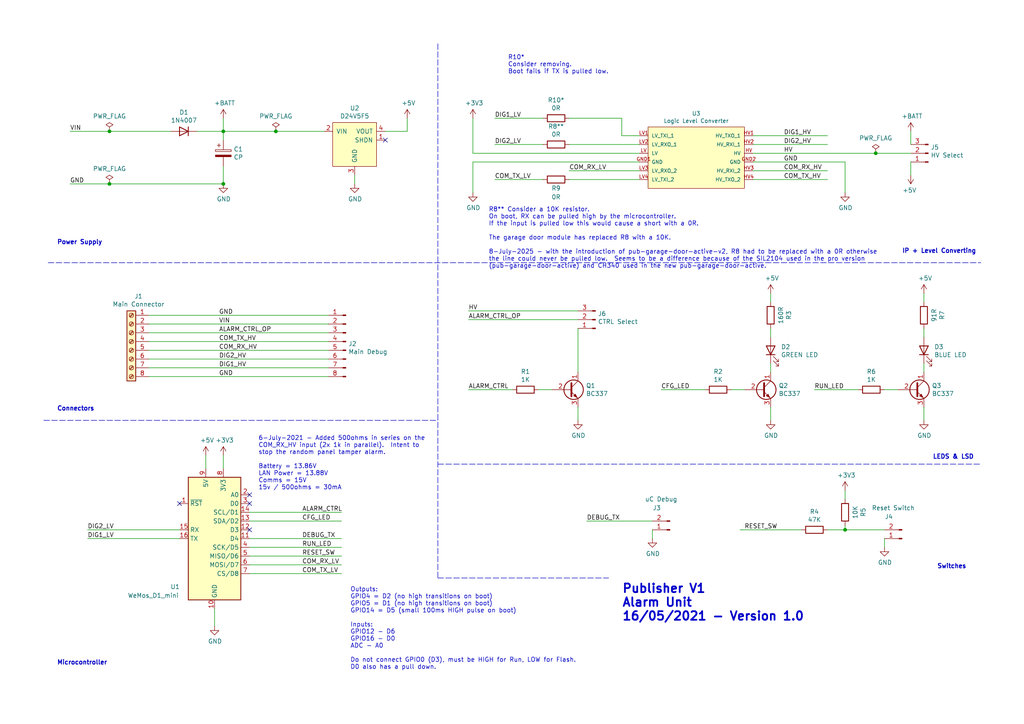
<source format=kicad_sch>
(kicad_sch (version 20231120) (generator "eeschema") (generator_version "8.0")
  (paper "A4")
  (lib_symbols
    (symbol "Connector:Screw_Terminal_01x08" (pin_names (offset 1.016) hide)
      (property "Reference" "J" (at 0 10.16 0))
      (property "Value" "Screw_Terminal_01x08" (at 0 -12.7 0))
      (symbol "Screw_Terminal_01x08_1_1"
        (rectangle (start -1.27 8.89) (end 1.27 -11.43) (stroke (width 0.254)) (fill (type background)))
        (circle (center 0 -10.16) (radius 0.635) (stroke (width 0.1524)))
        (circle (center 0 -7.62) (radius 0.635) (stroke (width 0.1524)))
        (circle (center 0 -5.08) (radius 0.635) (stroke (width 0.1524)))
        (circle (center 0 -2.54) (radius 0.635) (stroke (width 0.1524)))
        (polyline (pts (xy -0.5334 -9.8298) (xy 0.3302 -10.668)) (stroke (width 0.1524)))
        (polyline (pts (xy -0.5334 -7.2898) (xy 0.3302 -8.128)) (stroke (width 0.1524)))
        (polyline (pts (xy -0.5334 -4.7498) (xy 0.3302 -5.588)) (stroke (width 0.1524)))
        (polyline (pts (xy -0.5334 -2.2098) (xy 0.3302 -3.048)) (stroke (width 0.1524)))
        (polyline (pts (xy -0.5334 0.3302) (xy 0.3302 -0.508)) (stroke (width 0.1524)))
        (polyline (pts (xy -0.5334 2.8702) (xy 0.3302 2.032)) (stroke (width 0.1524)))
        (polyline (pts (xy -0.5334 5.4102) (xy 0.3302 4.572)) (stroke (width 0.1524)))
        (polyline (pts (xy -0.5334 7.9502) (xy 0.3302 7.112)) (stroke (width 0.1524)))
        (polyline (pts (xy -0.3556 -9.652) (xy 0.508 -10.4902)) (stroke (width 0.1524)))
        (polyline (pts (xy -0.3556 -7.112) (xy 0.508 -7.9502)) (stroke (width 0.1524)))
        (polyline (pts (xy -0.3556 -4.572) (xy 0.508 -5.4102)) (stroke (width 0.1524)))
        (polyline (pts (xy -0.3556 -2.032) (xy 0.508 -2.8702)) (stroke (width 0.1524)))
        (polyline (pts (xy -0.3556 0.508) (xy 0.508 -0.3302)) (stroke (width 0.1524)))
        (polyline (pts (xy -0.3556 3.048) (xy 0.508 2.2098)) (stroke (width 0.1524)))
        (polyline (pts (xy -0.3556 5.588) (xy 0.508 4.7498)) (stroke (width 0.1524)))
        (polyline (pts (xy -0.3556 8.128) (xy 0.508 7.2898)) (stroke (width 0.1524)))
        (circle (center 0 0) (radius 0.635) (stroke (width 0.1524)))
        (circle (center 0 2.54) (radius 0.635) (stroke (width 0.1524)))
        (circle (center 0 5.08) (radius 0.635) (stroke (width 0.1524)))
        (circle (center 0 7.62) (radius 0.635) (stroke (width 0.1524)))
        (pin passive line (at -5.08 7.62 0) (length 3.81) (name "Pin_1") (number "1"))
        (pin passive line (at -5.08 5.08 0) (length 3.81) (name "Pin_2") (number "2"))
        (pin passive line (at -5.08 2.54 0) (length 3.81) (name "Pin_3") (number "3"))
        (pin passive line (at -5.08 0 0) (length 3.81) (name "Pin_4") (number "4"))
        (pin passive line (at -5.08 -2.54 0) (length 3.81) (name "Pin_5") (number "5"))
        (pin passive line (at -5.08 -5.08 0) (length 3.81) (name "Pin_6") (number "6"))
        (pin passive line (at -5.08 -7.62 0) (length 3.81) (name "Pin_7") (number "7"))
        (pin passive line (at -5.08 -10.16 0) (length 3.81) (name "Pin_8") (number "8"))
      )
    )
    (symbol "Device:LED" (pin_numbers hide) (pin_names (offset 1.016) hide)
      (property "Reference" "D" (at 0 2.54 0))
      (property "Value" "LED" (at 0 -2.54 0))
      (symbol "LED_0_1"
        (polyline (pts (xy -1.27 -1.27) (xy -1.27 1.27)) (stroke (width 0.254)))
        (polyline (pts (xy -1.27 0) (xy 1.27 0)))
        (polyline (pts (xy 1.27 -1.27) (xy 1.27 1.27) (xy -1.27 0) (xy 1.27 -1.27)) (stroke (width 0.254)))
        (polyline (pts (xy -3.048 -0.762) (xy -4.572 -2.286) (xy -3.81 -2.286) (xy -4.572 -2.286) (xy -4.572 -1.524)))
        (polyline (pts (xy -1.778 -0.762) (xy -3.302 -2.286) (xy -2.54 -2.286) (xy -3.302 -2.286) (xy -3.302 -1.524)))
      )
      (symbol "LED_1_1"
        (pin passive line (at -3.81 0 0) (length 2.54) (name "K") (number "1"))
        (pin passive line (at 3.81 0 180) (length 2.54) (name "A") (number "2"))
      )
    )
    (symbol "Device:R" (pin_numbers hide) (pin_names (offset 0))
      (property "Reference" "R" (at 2.032 0 90))
      (property "Value" "R" (at 0 0 90))
      (symbol "R_0_1"
        (rectangle (start -1.016 -2.54) (end 1.016 2.54) (stroke (width 0.254)))
      )
      (symbol "R_1_1"
        (pin passive line (at 0 3.81 270) (length 1.27) (name "~") (number "1"))
        (pin passive line (at 0 -3.81 90) (length 1.27) (name "~") (number "2"))
      )
    )
    (symbol "Diode:1N4007" (pin_numbers hide) (pin_names hide)
      (property "Reference" "D" (at 0 2.54 0))
      (property "Value" "1N4007" (at 0 -2.54 0))
      (symbol "1N4007_0_1"
        (polyline (pts (xy -1.27 1.27) (xy -1.27 -1.27)) (stroke (width 0.254)))
        (polyline (pts (xy 1.27 0) (xy -1.27 0)))
        (polyline (pts (xy 1.27 1.27) (xy 1.27 -1.27) (xy -1.27 0) (xy 1.27 1.27)) (stroke (width 0.254)))
      )
      (symbol "1N4007_1_1"
        (pin passive line (at -3.81 0 0) (length 2.54) (name "K") (number "1"))
        (pin passive line (at 3.81 0 180) (length 2.54) (name "A") (number "2"))
      )
    )
    (symbol "MCU_Module:WeMos_D1_mini"
      (property "Reference" "U" (at 3.81 19.05 0))
      (property "Value" "WeMos_D1_mini" (at 1.27 -19.05 0))
      (symbol "WeMos_D1_mini_1_1"
        (rectangle (start -7.62 17.78) (end 7.62 -17.78) (stroke (width 0.254)) (fill (type background)))
        (pin input line (at -10.16 10.16 0) (length 2.54) (name "~{RST}") (number "1"))
        (pin power_in line (at 0 -20.32 90) (length 2.54) (name "GND") (number "10"))
        (pin bidirectional line (at 10.16 0 180) (length 2.54) (name "D4") (number "11"))
        (pin bidirectional line (at 10.16 2.54 180) (length 2.54) (name "D3") (number "12"))
        (pin bidirectional line (at 10.16 5.08 180) (length 2.54) (name "SDA/D2") (number "13"))
        (pin bidirectional line (at 10.16 7.62 180) (length 2.54) (name "SCL/D1") (number "14"))
        (pin input line (at -10.16 2.54 0) (length 2.54) (name "RX") (number "15"))
        (pin output line (at -10.16 0 0) (length 2.54) (name "TX") (number "16"))
        (pin input line (at 10.16 12.7 180) (length 2.54) (name "A0") (number "2"))
        (pin bidirectional line (at 10.16 10.16 180) (length 2.54) (name "D0") (number "3"))
        (pin bidirectional line (at 10.16 -2.54 180) (length 2.54) (name "SCK/D5") (number "4"))
        (pin bidirectional line (at 10.16 -5.08 180) (length 2.54) (name "MISO/D6") (number "5"))
        (pin bidirectional line (at 10.16 -7.62 180) (length 2.54) (name "MOSI/D7") (number "6"))
        (pin bidirectional line (at 10.16 -10.16 180) (length 2.54) (name "CS/D8") (number "7"))
        (pin power_out line (at 2.54 20.32 270) (length 2.54) (name "3V3") (number "8"))
        (pin power_in line (at -2.54 20.32 270) (length 2.54) (name "5V") (number "9"))
      )
    )
    (symbol "SparkFun-Boards:SPARKFUN_LOGIC_LEVEL_CONVERTER" (pin_names (offset 1.016))
      (property "Reference" "B" (at -13.97 11.43 0))
      (property "Value" "SPARKFUN_LOGIC_LEVEL_CONVERTER" (at -13.97 -10.16 0))
      (property "Field5" "XXX-00000" (at 0 12.7 0))
      (symbol "SPARKFUN_LOGIC_LEVEL_CONVERTER_1_1"
        (polyline (pts (xy -13.97 -7.62) (xy -13.97 10.16) (xy 13.97 10.16) (xy 13.97 -7.62) (xy -13.97 -7.62)) (fill (type background)))
        (pin power_in line (at -16.51 0 0) (length 2.54) (name "GND") (number "GND1"))
        (pin power_in line (at 16.51 0 180) (length 2.54) (name "GND") (number "GND2"))
        (pin power_in line (at 16.51 2.54 180) (length 2.54) (name "HV") (number "HV"))
        (pin bidirectional line (at 16.51 7.62 180) (length 2.54) (name "HV_TXO_1") (number "HV1"))
        (pin bidirectional line (at 16.51 5.08 180) (length 2.54) (name "HV_RXI_1") (number "HV2"))
        (pin bidirectional line (at 16.51 -2.54 180) (length 2.54) (name "HV_RXI_2") (number "HV3"))
        (pin bidirectional line (at 16.51 -5.08 180) (length 2.54) (name "HV_TXO_2") (number "HV4"))
        (pin power_in line (at -16.51 2.54 0) (length 2.54) (name "LV") (number "LV"))
        (pin bidirectional line (at -16.51 7.62 0) (length 2.54) (name "LV_TXI_1") (number "LV1"))
        (pin bidirectional line (at -16.51 5.08 0) (length 2.54) (name "LV_RXO_1") (number "LV2"))
        (pin bidirectional line (at -16.51 -2.54 0) (length 2.54) (name "LV_RXO_2") (number "LV3"))
        (pin bidirectional line (at -16.51 -5.08 0) (length 2.54) (name "LV_TXI_2") (number "LV4"))
      )
    )
    (symbol "Transistor_BJT:BC337" (pin_names (offset 0) hide)
      (property "Reference" "Q" (at 5.08 1.905 0))
      (property "Value" "BC337" (at 5.08 0 0))
      (symbol "BC337_0_1"
        (polyline (pts (xy 0 0) (xy 0.635 0)))
        (polyline (pts (xy 0.635 0.635) (xy 2.54 2.54)))
        (polyline (pts (xy 0.635 -0.635) (xy 2.54 -2.54) (xy 2.54 -2.54)))
        (polyline (pts (xy 0.635 1.905) (xy 0.635 -1.905) (xy 0.635 -1.905)) (stroke (width 0.508)))
        (polyline (pts (xy 1.27 -1.778) (xy 1.778 -1.27) (xy 2.286 -2.286) (xy 1.27 -1.778) (xy 1.27 -1.778)) (fill (type outline)))
        (circle (center 1.27 0) (radius 2.8194) (stroke (width 0.254)))
      )
      (symbol "BC337_1_1"
        (pin passive line (at 2.54 5.08 270) (length 2.54) (name "C") (number "1"))
        (pin input line (at -5.08 0 0) (length 5.08) (name "B") (number "2"))
        (pin passive line (at 2.54 -5.08 90) (length 2.54) (name "E") (number "3"))
      )
    )
    (symbol "development_boards:D24V5F5" (pin_names (offset 1.016))
      (property "Reference" "U" (at 11.43 -1.27 0))
      (property "Value" "D24V5F5" (at 11.43 -3.81 0))
      (symbol "D24V5F5_0_1"
        (rectangle (start 24.13 -19.05) (end 11.43 -6.35) (fill (type background)))
      )
      (symbol "D24V5F5_1_1"
        (pin input line (at 26.67 -11.43 180) (length 2.54) (name "SHDN") (number "1"))
        (pin power_in line (at 8.89 -8.89 0) (length 2.54) (name "VIN") (number "2"))
        (pin power_in line (at 17.78 -21.59 90) (length 2.54) (name "GND") (number "3"))
        (pin power_out line (at 26.67 -8.89 180) (length 2.54) (name "VOUT") (number "4"))
      )
    )
    (symbol "publisher-rescue:+3V3-power" (power) (pin_names (offset 0))
      (property "Value" "power_+3V3" (at 0 3.556 0))
      (symbol "+3V3-power_0_1"
        (polyline (pts (xy -0.762 1.27) (xy 0 2.54)))
        (polyline (pts (xy 0 0) (xy 0 2.54)))
        (polyline (pts (xy 0 2.54) (xy 0.762 1.27)))
      )
      (symbol "+3V3-power_1_1"
        (pin power_in line (at 0 0 90) (length 0) hide (name "+3V3") (number "1"))
      )
    )
    (symbol "publisher-rescue:+5V-power" (power) (pin_names (offset 0))
      (property "Value" "power_+5V" (at 0 3.556 0))
      (symbol "+5V-power_0_1"
        (polyline (pts (xy -0.762 1.27) (xy 0 2.54)))
        (polyline (pts (xy 0 0) (xy 0 2.54)))
        (polyline (pts (xy 0 2.54) (xy 0.762 1.27)))
      )
      (symbol "+5V-power_1_1"
        (pin power_in line (at 0 0 90) (length 0) hide (name "+5V") (number "1"))
      )
    )
    (symbol "publisher-rescue:+BATT-power" (power) (pin_names (offset 0))
      (property "Value" "power_+BATT" (at 0 3.556 0))
      (symbol "+BATT-power_0_1"
        (polyline (pts (xy -0.762 1.27) (xy 0 2.54)))
        (polyline (pts (xy 0 0) (xy 0 2.54)))
        (polyline (pts (xy 0 2.54) (xy 0.762 1.27)))
      )
      (symbol "+BATT-power_1_1"
        (pin power_in line (at 0 0 90) (length 0) hide (name "+BATT") (number "1"))
      )
    )
    (symbol "publisher-rescue:CP-Device" (pin_numbers hide) (pin_names (offset 0.254))
      (property "Reference" "C" (at 0.635 2.54 0))
      (property "Value" "Device_CP" (at 0.635 -2.54 0))
      (symbol "CP-Device_0_1"
        (rectangle (start -2.286 0.508) (end 2.286 1.016))
        (polyline (pts (xy -1.778 2.286) (xy -0.762 2.286)))
        (polyline (pts (xy -1.27 2.794) (xy -1.27 1.778)))
        (rectangle (start 2.286 -0.508) (end -2.286 -1.016) (fill (type outline)))
      )
      (symbol "CP-Device_1_1"
        (pin passive line (at 0 3.81 270) (length 2.794) (name "~") (number "1"))
        (pin passive line (at 0 -3.81 90) (length 2.794) (name "~") (number "2"))
      )
    )
    (symbol "publisher-rescue:Conn_01x02_Male-Connector" (pin_names (offset 1.016) hide)
      (property "Reference" "J" (at 0 2.54 0))
      (property "Value" "Connector_Conn_01x02_Male" (at 0 -5.08 0))
      (symbol "Conn_01x02_Male-Connector_1_1"
        (polyline (pts (xy 1.27 -2.54) (xy 0.8636 -2.54)) (stroke (width 0.1524)))
        (polyline (pts (xy 1.27 0) (xy 0.8636 0)) (stroke (width 0.1524)))
        (rectangle (start 0.8636 -2.413) (end 0 -2.667) (stroke (width 0.1524)) (fill (type outline)))
        (rectangle (start 0.8636 0.127) (end 0 -0.127) (stroke (width 0.1524)) (fill (type outline)))
        (pin passive line (at 5.08 0 180) (length 3.81) (name "Pin_1") (number "1"))
        (pin passive line (at 5.08 -2.54 180) (length 3.81) (name "Pin_2") (number "2"))
      )
    )
    (symbol "publisher-rescue:Conn_01x03_Male-Connector" (pin_names (offset 1.016) hide)
      (property "Reference" "J" (at 0 5.08 0))
      (property "Value" "Connector_Conn_01x03_Male" (at 0 -5.08 0))
      (symbol "Conn_01x03_Male-Connector_1_1"
        (polyline (pts (xy 1.27 -2.54) (xy 0.8636 -2.54)) (stroke (width 0.1524)))
        (polyline (pts (xy 1.27 0) (xy 0.8636 0)) (stroke (width 0.1524)))
        (polyline (pts (xy 1.27 2.54) (xy 0.8636 2.54)) (stroke (width 0.1524)))
        (rectangle (start 0.8636 -2.413) (end 0 -2.667) (stroke (width 0.1524)) (fill (type outline)))
        (rectangle (start 0.8636 0.127) (end 0 -0.127) (stroke (width 0.1524)) (fill (type outline)))
        (rectangle (start 0.8636 2.667) (end 0 2.413) (stroke (width 0.1524)) (fill (type outline)))
        (pin passive line (at 5.08 2.54 180) (length 3.81) (name "Pin_1") (number "1"))
        (pin passive line (at 5.08 0 180) (length 3.81) (name "Pin_2") (number "2"))
        (pin passive line (at 5.08 -2.54 180) (length 3.81) (name "Pin_3") (number "3"))
      )
    )
    (symbol "publisher-rescue:Conn_01x08_Male-Connector" (pin_names (offset 1.016) hide)
      (property "Reference" "J" (at 0 10.16 0))
      (property "Value" "Connector_Conn_01x08_Male" (at 0 -12.7 0))
      (symbol "Conn_01x08_Male-Connector_1_1"
        (polyline (pts (xy 1.27 -10.16) (xy 0.8636 -10.16)) (stroke (width 0.1524)))
        (polyline (pts (xy 1.27 -7.62) (xy 0.8636 -7.62)) (stroke (width 0.1524)))
        (polyline (pts (xy 1.27 -5.08) (xy 0.8636 -5.08)) (stroke (width 0.1524)))
        (polyline (pts (xy 1.27 -2.54) (xy 0.8636 -2.54)) (stroke (width 0.1524)))
        (polyline (pts (xy 1.27 0) (xy 0.8636 0)) (stroke (width 0.1524)))
        (polyline (pts (xy 1.27 2.54) (xy 0.8636 2.54)) (stroke (width 0.1524)))
        (polyline (pts (xy 1.27 5.08) (xy 0.8636 5.08)) (stroke (width 0.1524)))
        (polyline (pts (xy 1.27 7.62) (xy 0.8636 7.62)) (stroke (width 0.1524)))
        (rectangle (start 0.8636 -10.033) (end 0 -10.287) (stroke (width 0.1524)) (fill (type outline)))
        (rectangle (start 0.8636 -7.493) (end 0 -7.747) (stroke (width 0.1524)) (fill (type outline)))
        (rectangle (start 0.8636 -4.953) (end 0 -5.207) (stroke (width 0.1524)) (fill (type outline)))
        (rectangle (start 0.8636 -2.413) (end 0 -2.667) (stroke (width 0.1524)) (fill (type outline)))
        (rectangle (start 0.8636 0.127) (end 0 -0.127) (stroke (width 0.1524)) (fill (type outline)))
        (rectangle (start 0.8636 2.667) (end 0 2.413) (stroke (width 0.1524)) (fill (type outline)))
        (rectangle (start 0.8636 5.207) (end 0 4.953) (stroke (width 0.1524)) (fill (type outline)))
        (rectangle (start 0.8636 7.747) (end 0 7.493) (stroke (width 0.1524)) (fill (type outline)))
        (pin passive line (at 5.08 7.62 180) (length 3.81) (name "Pin_1") (number "1"))
        (pin passive line (at 5.08 5.08 180) (length 3.81) (name "Pin_2") (number "2"))
        (pin passive line (at 5.08 2.54 180) (length 3.81) (name "Pin_3") (number "3"))
        (pin passive line (at 5.08 0 180) (length 3.81) (name "Pin_4") (number "4"))
        (pin passive line (at 5.08 -2.54 180) (length 3.81) (name "Pin_5") (number "5"))
        (pin passive line (at 5.08 -5.08 180) (length 3.81) (name "Pin_6") (number "6"))
        (pin passive line (at 5.08 -7.62 180) (length 3.81) (name "Pin_7") (number "7"))
        (pin passive line (at 5.08 -10.16 180) (length 3.81) (name "Pin_8") (number "8"))
      )
    )
    (symbol "publisher-rescue:GND-power" (power) (pin_names (offset 0))
      (property "Value" "power_GND" (at 0 -3.81 0))
      (symbol "GND-power_0_1"
        (polyline (pts (xy 0 0) (xy 0 -1.27) (xy 1.27 -1.27) (xy 0 -2.54) (xy -1.27 -1.27) (xy 0 -1.27)))
      )
      (symbol "GND-power_1_1"
        (pin power_in line (at 0 0 270) (length 0) hide (name "GND") (number "1"))
      )
    )
    (symbol "publisher-rescue:PWR_FLAG-power" (power) (pin_numbers hide) (pin_names (offset 0) hide)
      (property "Value" "power_PWR_FLAG" (at 0 3.81 0))
      (symbol "PWR_FLAG-power_0_0"
        (pin power_out line (at 0 0 90) (length 0) (name "pwr") (number "1"))
      )
      (symbol "PWR_FLAG-power_0_1"
        (polyline (pts (xy 0 0) (xy 0 1.27) (xy -1.016 1.905) (xy 0 2.54) (xy 1.016 1.905) (xy 0 1.27)))
      )
    )
  )
  (junction (at 245.11 153.67))
  (junction (at 64.77 38.1))
  (junction (at 80.01 38.1))
  (junction (at 254 44.45))
  (junction (at 64.77 53.34))
  (junction (at 31.75 38.1))
  (junction (at 31.75 53.34))
  (no_connect (at 52.07 146.05))
  (no_connect (at 72.39 143.51))
  (no_connect (at 111.76 40.64))
  (no_connect (at 72.39 146.05))
  (no_connect (at 72.39 153.67))
  (wire (pts (xy 64.77 40.64) (xy 64.77 38.1)))
  (wire (pts (xy 260.35 113.03) (xy 256.54 113.03)))
  (wire (pts (xy 137.16 44.45) (xy 137.16 34.29)))
  (wire (pts (xy 218.44 49.53) (xy 240.03 49.53)))
  (wire (pts (xy 118.11 38.1) (xy 118.11 34.29)))
  (wire (pts (xy 72.39 166.37) (xy 99.06 166.37)))
  (wire (pts (xy 185.42 44.45) (xy 137.16 44.45)))
  (wire (pts (xy 267.97 97.79) (xy 267.97 95.25)))
  (wire (pts (xy 72.39 148.59) (xy 99.06 148.59)))
  (wire (pts (xy 95.25 96.52) (xy 43.18 96.52)))
  (wire (pts (xy 185.42 46.99) (xy 137.16 46.99)))
  (wire (pts (xy 72.39 151.13) (xy 99.06 151.13)))
  (wire (pts (xy 240.03 153.67) (xy 245.11 153.67)))
  (wire (pts (xy 267.97 107.95) (xy 267.97 105.41)))
  (polyline (pts (xy 127 167.64) (xy 176.53 167.64)) (stroke (width 0) (type dash)))
  (wire (pts (xy 167.64 92.71) (xy 135.89 92.71)))
  (wire (pts (xy 256.54 158.75) (xy 256.54 156.21)))
  (wire (pts (xy 232.41 153.67) (xy 214.63 153.67)))
  (wire (pts (xy 264.16 50.8) (xy 264.16 46.99)))
  (wire (pts (xy 72.39 158.75) (xy 99.06 158.75)))
  (wire (pts (xy 160.02 113.03) (xy 156.21 113.03)))
  (wire (pts (xy 80.01 38.1) (xy 64.77 38.1)))
  (wire (pts (xy 215.9 113.03) (xy 212.09 113.03)))
  (wire (pts (xy 93.98 38.1) (xy 80.01 38.1)))
  (wire (pts (xy 59.69 135.89) (xy 59.69 132.08)))
  (wire (pts (xy 52.07 156.21) (xy 25.4 156.21)))
  (wire (pts (xy 245.11 152.4) (xy 245.11 153.67)))
  (wire (pts (xy 180.34 39.37) (xy 185.42 39.37)))
  (wire (pts (xy 95.25 93.98) (xy 43.18 93.98)))
  (wire (pts (xy 57.15 38.1) (xy 64.77 38.1)))
  (wire (pts (xy 95.25 104.14) (xy 43.18 104.14)))
  (wire (pts (xy 189.23 151.13) (xy 170.18 151.13)))
  (wire (pts (xy 135.89 90.17) (xy 167.64 90.17)))
  (wire (pts (xy 204.47 113.03) (xy 191.77 113.03)))
  (wire (pts (xy 157.48 41.91) (xy 143.51 41.91)))
  (wire (pts (xy 157.48 52.07) (xy 143.51 52.07)))
  (wire (pts (xy 267.97 121.92) (xy 267.97 118.11)))
  (wire (pts (xy 185.42 49.53) (xy 165.1 49.53)))
  (wire (pts (xy 72.39 163.83) (xy 99.06 163.83)))
  (wire (pts (xy 223.52 87.63) (xy 223.52 85.09)))
  (wire (pts (xy 62.23 181.61) (xy 62.23 176.53)))
  (wire (pts (xy 64.77 38.1) (xy 64.77 34.29)))
  (wire (pts (xy 95.25 106.68) (xy 43.18 106.68)))
  (wire (pts (xy 72.39 161.29) (xy 99.06 161.29)))
  (wire (pts (xy 167.64 121.92) (xy 167.64 118.11)))
  (wire (pts (xy 189.23 156.21) (xy 189.23 153.67)))
  (wire (pts (xy 185.42 52.07) (xy 165.1 52.07)))
  (wire (pts (xy 64.77 53.34) (xy 64.77 48.26)))
  (wire (pts (xy 267.97 87.63) (xy 267.97 85.09)))
  (wire (pts (xy 111.76 38.1) (xy 118.11 38.1)))
  (wire (pts (xy 248.92 113.03) (xy 236.22 113.03)))
  (wire (pts (xy 64.77 53.34) (xy 31.75 53.34)))
  (wire (pts (xy 165.1 34.29) (xy 180.34 34.29)))
  (wire (pts (xy 245.11 144.78) (xy 245.11 142.24)))
  (wire (pts (xy 148.59 113.03) (xy 135.89 113.03)))
  (polyline (pts (xy 13.97 76.2) (xy 284.48 76.2)) (stroke (width 0) (type dash)))
  (wire (pts (xy 31.75 53.34) (xy 20.32 53.34)))
  (polyline (pts (xy 12.7 121.92) (xy 127 121.92)) (stroke (width 0) (type dash)))
  (wire (pts (xy 95.25 99.06) (xy 43.18 99.06)))
  (wire (pts (xy 218.44 41.91) (xy 240.03 41.91)))
  (wire (pts (xy 64.77 135.89) (xy 64.77 132.08)))
  (wire (pts (xy 245.11 153.67) (xy 256.54 153.67)))
  (polyline (pts (xy 127 12.7) (xy 127 167.64)) (stroke (width 0) (type dash)))
  (wire (pts (xy 264.16 41.91) (xy 264.16 38.1)))
  (wire (pts (xy 245.11 46.99) (xy 245.11 55.88)))
  (wire (pts (xy 223.52 107.95) (xy 223.52 105.41)))
  (wire (pts (xy 95.25 109.22) (xy 43.18 109.22)))
  (wire (pts (xy 185.42 41.91) (xy 165.1 41.91)))
  (wire (pts (xy 102.87 53.34) (xy 102.87 50.8)))
  (wire (pts (xy 49.53 38.1) (xy 31.75 38.1)))
  (wire (pts (xy 223.52 121.92) (xy 223.52 118.11)))
  (wire (pts (xy 254 44.45) (xy 218.44 44.45)))
  (wire (pts (xy 180.34 34.29) (xy 180.34 39.37)))
  (wire (pts (xy 95.25 101.6) (xy 43.18 101.6)))
  (wire (pts (xy 25.4 153.67) (xy 52.07 153.67)))
  (wire (pts (xy 137.16 55.88) (xy 137.16 46.99)))
  (wire (pts (xy 218.44 39.37) (xy 240.03 39.37)))
  (wire (pts (xy 31.75 38.1) (xy 20.32 38.1)))
  (wire (pts (xy 157.48 34.29) (xy 143.51 34.29)))
  (polyline (pts (xy 127 134.62) (xy 284.48 134.62)) (stroke (width 0) (type dash)))
  (wire (pts (xy 218.44 52.07) (xy 240.03 52.07)))
  (wire (pts (xy 43.18 91.44) (xy 95.25 91.44)))
  (wire (pts (xy 264.16 44.45) (xy 254 44.45)))
  (wire (pts (xy 72.39 156.21) (xy 99.06 156.21)))
  (wire (pts (xy 218.44 46.99) (xy 245.11 46.99)))
  (wire (pts (xy 223.52 97.79) (xy 223.52 95.25)))
  (wire (pts (xy 167.64 107.95) (xy 167.64 95.25)))
  (text "Power Supply" (at 16.51 71.12 0) (effects (font (size 1.27 1.27) (thickness 0.254) (bold yes)) (justify left bottom)))
  (text "IP + Level Converting" (at 261.62 73.66 0) (effects (font (size 1.27 1.27) (thickness 0.254) (bold yes)) (justify left bottom)))
  (text "R8** Consider a 10K resistor.  \nOn boot, RX can be pulled high by the microcontroller. \nIf the input is pulled low this would cause a short with a 0R.\n\nThe garage door module has replaced R8 with a 10K.\n\n8-July-2025 - with the introduction of pub-garage-door-active-v2, R8 had to be replaced with a 0R otherwise\nthe line could never be pulled low.  Seems to be a difference because of the SIL2104 used in the pro version\n(pub-garage-door-active) and CH340 used in the new pub-garage-door-active." (at 141.732 77.978 0) (effects (font (size 1.27 1.27)) (justify left bottom)))
  (text "Outputs:\nGPIO4 = D2 (no high transitions on boot)\nGPIO5 = D1 (no high transitions on boot)\nGPIO14 = D5 (small 100ms HIGH pulse on boot)\n\nInputs:\nGPIO12 - D6\nGPIO16 - D0\nADC - A0\n\nDo not connect GPIO0 (D3), must be HIGH for Run, LOW for Flash.\nD0 also has a pull down." (at 101.6 194.31 0) (effects (font (size 1.27 1.27)) (justify left bottom)))
  (text "6-July-2021 - Added 500ohms in series on the \nCOM_RX_HV input (2x 1k in parallel).  Intent to \nstop the random panel tamper alarm.\n\nBattery = 13.86V\nLAN Power = 13.88V\nComms = 15V\n15v / 500ohms = 30mA" (at 74.93 142.24 0) (effects (font (size 1.27 1.27)) (justify left bottom)))
  (text "Connectors" (at 16.51 119.38 0) (effects (font (size 1.27 1.27) (thickness 0.254) (bold yes)) (justify left bottom)))
  (text "Switches" (at 271.78 165.1 0) (effects (font (size 1.27 1.27) (thickness 0.254) (bold yes)) (justify left bottom)))
  (text "LEDS & LSD" (at 270.51 133.35 0) (effects (font (size 1.27 1.27) (thickness 0.254) (bold yes)) (justify left bottom)))
  (text "Publisher V1\nAlarm Unit\n16/05/2021 - Version 1.0" (at 180.34 180.34 0) (effects (font (size 2.4892 2.4892) (thickness 0.4978) (bold yes)) (justify left bottom)))
  (text "R10*\nConsider removing.\nBoot fails if TX is pulled low.\n" (at 147.32 21.59 0) (effects (font (size 1.27 1.27)) (justify left bottom)))
  (text "Microcontroller" (at 16.51 193.04 0) (effects (font (size 1.27 1.27) (thickness 0.254) (bold yes)) (justify left bottom)))
  (label "COM_TX_HV" (at 63.5 99.06 0))
  (label "HV" (at 227.33 44.45 0))
  (label "DEBUG_TX" (at 87.63 156.21 0))
  (label "DIG2_HV" (at 227.33 41.91 0))
  (label "RESET_SW" (at 215.9 153.67 0))
  (label "COM_RX_LV" (at 165.1 49.53 0))
  (label "COM_TX_LV" (at 87.63 166.37 0))
  (label "GND" (at 227.33 46.99 0))
  (label "DIG1_LV" (at 143.51 34.29 0))
  (label "HV" (at 135.89 90.17 0))
  (label "ALARM_CTRL_OP" (at 135.89 92.71 0))
  (label "ALARM_CTRL_OP" (at 63.5 96.52 0))
  (label "DIG1_LV" (at 25.4 156.21 0))
  (label "DIG2_LV" (at 143.51 41.91 0))
  (label "ALARM_CTRL" (at 135.89 113.03 0))
  (label "VIN" (at 63.5 93.98 0))
  (label "DEBUG_TX" (at 170.18 151.13 0))
  (label "GND" (at 20.32 53.34 0))
  (label "RESET_SW" (at 87.63 161.29 0))
  (label "RUN_LED" (at 87.63 158.75 0))
  (label "DIG2_HV" (at 63.5 104.14 0))
  (label "RUN_LED" (at 236.22 113.03 0))
  (label "CFG_LED" (at 191.77 113.03 0))
  (label "DIG1_HV" (at 63.5 106.68 0))
  (label "DIG1_HV" (at 227.33 39.37 0))
  (label "COM_RX_LV" (at 87.63 163.83 0))
  (label "COM_RX_HV" (at 63.5 101.6 0))
  (label "CFG_LED" (at 87.63 151.13 0))
  (label "ALARM_CTRL" (at 87.63 148.59 0))
  (label "DIG2_LV" (at 25.4 153.67 0))
  (label "COM_TX_HV" (at 227.33 52.07 0))
  (label "GND" (at 63.5 109.22 0))
  (label "COM_RX_HV" (at 227.33 49.53 0))
  (label "GND" (at 63.5 91.44 0))
  (label "COM_TX_LV" (at 143.51 52.07 0))
  (label "VIN" (at 20.32 38.1 0))
  (symbol (lib_id "Device:R") (at 152.4 113.03 270) (unit 1)
    (property "Reference" "R1" (at 152.4 107.7722 90))
    (property "Value" "1K" (at 152.4 110.0836 90))
    (property "Footprint" "Resistor_THT:R_Axial_DIN0207_L6.3mm_D2.5mm_P10.16mm_Horizontal" (effects (hide yes)))
  )
  (symbol (lib_id "Transistor_BJT:BC337") (at 165.1 113.03 0) (unit 1)
    (property "Reference" "Q1" (at 169.9514 111.8616 0) (effects (justify left)))
    (property "Value" "BC337" (at 169.9514 114.173 0) (effects (justify left)))
    (property "Footprint" "Package_TO_SOT_THT:TO-92_Inline_Wide" (effects (hide yes)))
    (property "Datasheet" "https://diotec.com/tl_files/diotec/files/pdf/datasheets/bc337.pdf" (effects (hide yes)))
  )
  (symbol (lib_id "publisher-rescue:GND-power") (at 167.64 121.92 0) (unit 1)
    (property "Reference" "#PWR010" (effects (hide yes)))
    (property "Value" "GND" (at 167.767 126.3142 0))
  )
  (symbol (lib_id "publisher-rescue:Conn_01x02_Male-Connector") (at 194.31 153.67 180) (unit 1)
    (property "Reference" "J3" (at 190.5 147.32 0))
    (property "Value" "uC Debug" (at 191.77 144.78 0))
    (property "Footprint" "Connector_PinHeader_2.54mm:PinHeader_1x02_P2.54mm_Vertical" (effects (hide yes)))
  )
  (symbol (lib_id "publisher-rescue:GND-power") (at 189.23 156.21 0) (unit 1)
    (property "Reference" "#PWR011" (effects (hide yes)))
    (property "Value" "GND" (at 189.357 160.6042 0))
  )
  (symbol (lib_id "publisher-rescue:GND-power") (at 102.87 53.34 0) (unit 1)
    (property "Reference" "#PWR06" (effects (hide yes)))
    (property "Value" "GND" (at 102.997 57.7342 0))
  )
  (symbol (lib_id "Diode:1N4007") (at 53.34 38.1 180) (unit 1)
    (property "Reference" "D1" (at 53.34 32.5882 0))
    (property "Value" "1N4007" (at 53.34 34.8996 0))
    (property "Footprint" "Diode_THT:D_DO-41_SOD81_P10.16mm_Horizontal" (effects (hide yes)))
    (property "Datasheet" "http://www.vishay.com/docs/88503/1n4001.pdf" (effects (hide yes)))
  )
  (symbol (lib_id "publisher-rescue:CP-Device") (at 64.77 44.45 0) (unit 1)
    (property "Reference" "C1" (at 67.7672 43.2816 0) (effects (justify left)))
    (property "Value" "CP" (at 67.7672 45.593 0) (effects (justify left)))
    (property "Footprint" "Capacitor_THT:CP_Radial_D8.0mm_P3.50mm" (effects (hide yes)))
  )
  (symbol (lib_id "publisher-rescue:GND-power") (at 64.77 53.34 0) (unit 1)
    (property "Reference" "#PWR05" (effects (hide yes)))
    (property "Value" "GND" (at 64.897 57.7342 0))
  )
  (symbol (lib_id "publisher-rescue:+BATT-power") (at 64.77 34.29 0) (unit 1)
    (property "Reference" "#PWR04" (effects (hide yes)))
    (property "Value" "+BATT" (at 65.151 29.8958 0))
  )
  (symbol (lib_id "publisher-rescue:+5V-power") (at 118.11 34.29 0) (unit 1)
    (property "Reference" "#PWR07" (effects (hide yes)))
    (property "Value" "+5V" (at 118.491 29.8958 0))
  )
  (symbol (lib_id "publisher-rescue:GND-power") (at 245.11 55.88 0) (unit 1)
    (property "Reference" "#PWR014" (effects (hide yes)))
    (property "Value" "GND" (at 245.237 60.2742 0))
  )
  (symbol (lib_id "publisher-rescue:GND-power") (at 137.16 55.88 0) (unit 1)
    (property "Reference" "#PWR09" (effects (hide yes)))
    (property "Value" "GND" (at 137.287 60.2742 0))
  )
  (symbol (lib_id "publisher-rescue:+3V3-power") (at 137.16 34.29 0) (unit 1)
    (property "Reference" "#PWR08" (effects (hide yes)))
    (property "Value" "+3V3" (at 137.541 29.8958 0))
  )
  (symbol (lib_id "publisher-rescue:Conn_01x03_Male-Connector") (at 269.24 44.45 180) (unit 1)
    (property "Reference" "J5" (at 269.9512 42.7228 0) (effects (justify right)))
    (property "Value" "HV Select" (at 269.9512 45.0342 0) (effects (justify right)))
    (property "Footprint" "Connector_PinHeader_2.54mm:PinHeader_1x03_P2.54mm_Vertical" (effects (hide yes)))
  )
  (symbol (lib_id "publisher-rescue:+BATT-power") (at 264.16 38.1 0) (unit 1)
    (property "Reference" "#PWR017" (effects (hide yes)))
    (property "Value" "+BATT" (at 264.541 33.7058 0))
  )
  (symbol (lib_id "publisher-rescue:+5V-power") (at 264.16 50.8 180) (unit 1)
    (property "Reference" "#PWR018" (effects (hide yes)))
    (property "Value" "+5V" (at 263.779 55.1942 0))
  )
  (symbol (lib_id "MCU_Module:WeMos_D1_mini") (at 62.23 156.21 0) (unit 1)
    (property "Reference" "U1" (at 50.8 170.18 0))
    (property "Value" "WeMos_D1_mini" (at 44.45 172.72 0))
    (property "Footprint" "Module:WEMOS_D1_mini_light" (effects (hide yes)))
    (property "Datasheet" "https://wiki.wemos.cc/products:d1:d1_mini#documentation" (effects (hide yes)))
  )
  (symbol (lib_id "publisher-rescue:+5V-power") (at 59.69 132.08 0) (unit 1)
    (property "Reference" "#PWR01" (effects (hide yes)))
    (property "Value" "+5V" (at 60.071 127.6858 0))
  )
  (symbol (lib_id "publisher-rescue:+3V3-power") (at 64.77 132.08 0) (unit 1)
    (property "Reference" "#PWR03" (effects (hide yes)))
    (property "Value" "+3V3" (at 65.151 127.6858 0))
  )
  (symbol (lib_id "publisher-rescue:GND-power") (at 62.23 181.61 0) (unit 1)
    (property "Reference" "#PWR02" (effects (hide yes)))
    (property "Value" "GND" (at 62.357 186.0042 0))
  )
  (symbol (lib_name "SparkFun-Boards:SPARKFUN_LOGIC_LEVEL_CONVERTER") (lib_id "SparkFun-Boards:SPARKFUN_LOGIC_LEVEL_CONVERTER") (at 201.93 46.99 0) (unit 1)
    (property "Reference" "U3" (at 201.93 32.9184 0) (effects (font (size 1.143 1.143))))
    (property "Value" "Logic Level Converter" (at 201.93 35.052 0) (effects (font (size 1.143 1.143))))
    (property "Footprint" "Boards:SPARKFUN_LOGIC_LEVEL_CONVERTER" (effects (hide yes)))
    (property "Field4" "XXX-00000" (effects (hide yes)))
  )
  (symbol (lib_id "development_boards:D24V5F5") (at 85.09 29.21 0) (unit 1)
    (property "Reference" "U2" (at 102.87 31.369 0))
    (property "Value" "D24V5F5" (at 102.87 33.6804 0))
    (property "Footprint" "development boards:D24V5F5" (effects (hide yes)))
  )
  (symbol (lib_id "Device:R") (at 208.28 113.03 270) (unit 1)
    (property "Reference" "R2" (at 208.28 107.7722 90))
    (property "Value" "1K" (at 208.28 110.0836 90))
    (property "Footprint" "Resistor_THT:R_Axial_DIN0207_L6.3mm_D2.5mm_P10.16mm_Horizontal" (effects (hide yes)))
  )
  (symbol (lib_id "Transistor_BJT:BC337") (at 220.98 113.03 0) (unit 1)
    (property "Reference" "Q2" (at 225.8314 111.8616 0) (effects (justify left)))
    (property "Value" "BC337" (at 225.8314 114.173 0) (effects (justify left)))
    (property "Footprint" "Package_TO_SOT_THT:TO-92_Inline_Wide" (effects (hide yes)))
    (property "Datasheet" "https://diotec.com/tl_files/diotec/files/pdf/datasheets/bc337.pdf" (effects (hide yes)))
  )
  (symbol (lib_id "publisher-rescue:GND-power") (at 223.52 121.92 0) (unit 1)
    (property "Reference" "#PWR013" (effects (hide yes)))
    (property "Value" "GND" (at 223.647 126.3142 0))
  )
  (symbol (lib_id "Device:R") (at 223.52 91.44 180) (unit 1)
    (property "Reference" "R3" (at 228.7778 91.44 90))
    (property "Value" "160R" (at 226.4664 91.44 90))
    (property "Footprint" "Resistor_THT:R_Axial_DIN0207_L6.3mm_D2.5mm_P10.16mm_Horizontal" (effects (hide yes)))
  )
  (symbol (lib_id "Device:LED") (at 223.52 101.6 90) (unit 1)
    (property "Reference" "D2" (at 226.5172 100.6094 90) (effects (justify right)))
    (property "Value" "GREEN LED" (at 226.5172 102.9208 90) (effects (justify right)))
    (property "Footprint" "LED_THT:LED_D3.0mm_Clear" (effects (hide yes)))
  )
  (symbol (lib_id "publisher-rescue:+5V-power") (at 223.52 85.09 0) (unit 1)
    (property "Reference" "#PWR012" (effects (hide yes)))
    (property "Value" "+5V" (at 223.901 80.6958 0))
  )
  (symbol (lib_id "Device:R") (at 252.73 113.03 270) (unit 1)
    (property "Reference" "R6" (at 252.73 107.7722 90))
    (property "Value" "1K" (at 252.73 110.0836 90))
    (property "Footprint" "Resistor_THT:R_Axial_DIN0207_L6.3mm_D2.5mm_P10.16mm_Horizontal" (effects (hide yes)))
  )
  (symbol (lib_id "Transistor_BJT:BC337") (at 265.43 113.03 0) (unit 1)
    (property "Reference" "Q3" (at 270.2814 111.8616 0) (effects (justify left)))
    (property "Value" "BC337" (at 270.2814 114.173 0) (effects (justify left)))
    (property "Footprint" "Package_TO_SOT_THT:TO-92_Inline_Wide" (effects (hide yes)))
    (property "Datasheet" "https://diotec.com/tl_files/diotec/files/pdf/datasheets/bc337.pdf" (effects (hide yes)))
  )
  (symbol (lib_id "publisher-rescue:GND-power") (at 267.97 121.92 0) (unit 1)
    (property "Reference" "#PWR020" (effects (hide yes)))
    (property "Value" "GND" (at 268.097 126.3142 0))
  )
  (symbol (lib_id "Device:R") (at 267.97 91.44 180) (unit 1)
    (property "Reference" "R7" (at 273.2278 91.44 90))
    (property "Value" "91R" (at 270.9164 91.44 90))
    (property "Footprint" "Resistor_THT:R_Axial_DIN0207_L6.3mm_D2.5mm_P10.16mm_Horizontal" (effects (hide yes)))
  )
  (symbol (lib_id "Device:LED") (at 267.97 101.6 90) (unit 1)
    (property "Reference" "D3" (at 270.9672 100.6094 90) (effects (justify right)))
    (property "Value" "BLUE LED" (at 270.9672 102.9208 90) (effects (justify right)))
    (property "Footprint" "LED_THT:LED_D3.0mm_Clear" (effects (hide yes)))
  )
  (symbol (lib_id "publisher-rescue:+5V-power") (at 267.97 85.09 0) (unit 1)
    (property "Reference" "#PWR019" (effects (hide yes)))
    (property "Value" "+5V" (at 268.351 80.6958 0))
  )
  (symbol (lib_id "publisher-rescue:Conn_01x02_Male-Connector") (at 261.62 156.21 180) (unit 1)
    (property "Reference" "J4" (at 257.81 149.86 0))
    (property "Value" "Reset Switch" (at 259.08 147.32 0))
    (property "Footprint" "Connector_PinHeader_2.54mm:PinHeader_1x02_P2.54mm_Vertical" (effects (hide yes)))
  )
  (symbol (lib_id "publisher-rescue:GND-power") (at 256.54 158.75 0) (unit 1)
    (property "Reference" "#PWR016" (effects (hide yes)))
    (property "Value" "GND" (at 256.667 163.1442 0))
  )
  (symbol (lib_id "Device:R") (at 236.22 153.67 270) (unit 1)
    (property "Reference" "R4" (at 236.22 148.4122 90))
    (property "Value" "47K" (at 236.22 150.7236 90))
    (property "Footprint" "Resistor_THT:R_Axial_DIN0207_L6.3mm_D2.5mm_P10.16mm_Horizontal" (effects (hide yes)))
  )
  (symbol (lib_id "Device:R") (at 245.11 148.59 180) (unit 1)
    (property "Reference" "R5" (at 250.3678 148.59 90))
    (property "Value" "10K" (at 248.0564 148.59 90))
    (property "Footprint" "Resistor_THT:R_Axial_DIN0207_L6.3mm_D2.5mm_P10.16mm_Horizontal" (effects (hide yes)))
  )
  (symbol (lib_id "publisher-rescue:+3V3-power") (at 245.11 142.24 0) (unit 1)
    (property "Reference" "#PWR015" (effects (hide yes)))
    (property "Value" "+3V3" (at 245.491 137.8458 0))
  )
  (symbol (lib_id "publisher-rescue:PWR_FLAG-power") (at 31.75 53.34 0) (unit 1)
    (property "Reference" "#FLG02" (effects (hide yes)))
    (property "Value" "PWR_FLAG" (at 31.75 48.9458 0))
  )
  (symbol (lib_id "publisher-rescue:PWR_FLAG-power") (at 31.75 38.1 0) (unit 1)
    (property "Reference" "#FLG01" (effects (hide yes)))
    (property "Value" "PWR_FLAG" (at 31.75 33.7058 0))
  )
  (symbol (lib_id "publisher-rescue:PWR_FLAG-power") (at 80.01 38.1 0) (unit 1)
    (property "Reference" "#FLG03" (effects (hide yes)))
    (property "Value" "PWR_FLAG" (at 80.01 33.7058 0))
  )
  (symbol (lib_id "publisher-rescue:PWR_FLAG-power") (at 254 44.45 0) (unit 1)
    (property "Reference" "#FLG04" (effects (hide yes)))
    (property "Value" "PWR_FLAG" (at 254 40.0558 0))
  )
  (symbol (lib_id "Connector:Screw_Terminal_01x08") (at 38.1 99.06 0) (mirror y) (unit 1)
    (property "Reference" "J1" (at 40.1828 85.9282 0))
    (property "Value" "Main Connector" (at 40.1828 88.2396 0))
    (property "Footprint" "TerminalBlock_Phoenix:TerminalBlock_Phoenix_MPT-0,5-8-2.54_1x08_P2.54mm_Horizontal" (effects (hide yes)))
  )
  (symbol (lib_id "publisher-rescue:Conn_01x08_Male-Connector") (at 100.33 99.06 0) (mirror y) (unit 1)
    (property "Reference" "J2" (at 101.0412 99.7204 0) (effects (justify right)))
    (property "Value" "Main Debug" (at 101.0412 102.0318 0) (effects (justify right)))
    (property "Footprint" "Connector_PinHeader_2.54mm:PinHeader_1x08_P2.54mm_Vertical" (effects (hide yes)))
  )
  (symbol (lib_id "Device:R") (at 161.29 52.07 270) (unit 1)
    (property "Reference" "R9" (at 161.29 54.61 90))
    (property "Value" "0R" (at 161.29 57.15 90))
    (property "Footprint" "Resistor_THT:R_Axial_DIN0207_L6.3mm_D2.5mm_P10.16mm_Horizontal" (effects (hide yes)))
  )
  (symbol (lib_id "Device:R") (at 161.29 41.91 270) (unit 1)
    (property "Reference" "R8**" (at 161.29 36.6522 90))
    (property "Value" "0R" (at 161.29 38.9636 90))
    (property "Footprint" "Resistor_THT:R_Axial_DIN0207_L6.3mm_D2.5mm_P10.16mm_Horizontal" (effects (hide yes)))
  )
  (symbol (lib_id "Device:R") (at 161.29 34.29 270) (unit 1)
    (property "Reference" "R10*" (at 161.29 29.0322 90))
    (property "Value" "0R" (at 161.29 31.3436 90))
    (property "Footprint" "Resistor_THT:R_Axial_DIN0207_L6.3mm_D2.5mm_P10.16mm_Horizontal" (effects (hide yes)))
  )
  (symbol (lib_id "publisher-rescue:Conn_01x03_Male-Connector") (at 172.72 92.71 180) (unit 1)
    (property "Reference" "J6" (at 173.4312 90.9828 0) (effects (justify right)))
    (property "Value" "CTRL Select" (at 173.4312 93.2942 0) (effects (justify right)))
    (property "Footprint" "Connector_PinHeader_2.54mm:PinHeader_1x03_P2.54mm_Vertical" (effects (hide yes)))
  )
)
</source>
